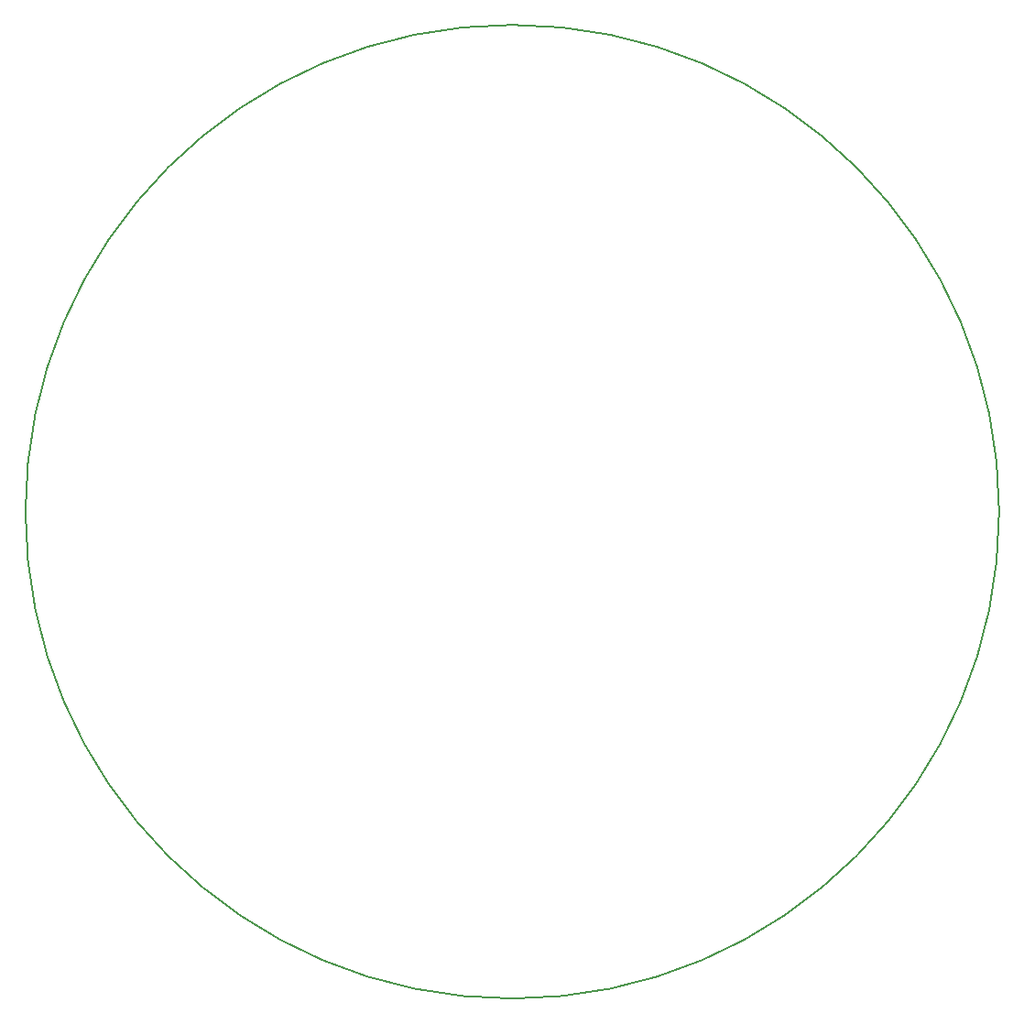
<source format=gbr>
%TF.GenerationSoftware,KiCad,Pcbnew,(6.0.1-0)*%
%TF.CreationDate,2022-09-11T14:38:18-04:00*%
%TF.ProjectId,platter,706c6174-7465-4722-9e6b-696361645f70,rev?*%
%TF.SameCoordinates,Original*%
%TF.FileFunction,Legend,Top*%
%TF.FilePolarity,Positive*%
%FSLAX46Y46*%
G04 Gerber Fmt 4.6, Leading zero omitted, Abs format (unit mm)*
G04 Created by KiCad (PCBNEW (6.0.1-0)) date 2022-09-11 14:38:18*
%MOMM*%
%LPD*%
G01*
G04 APERTURE LIST*
%ADD10C,0.200000*%
G04 APERTURE END LIST*
D10*
X108000000Y-63000000D02*
G75*
G03*
X108000000Y-63000000I-45000000J0D01*
G01*
M02*

</source>
